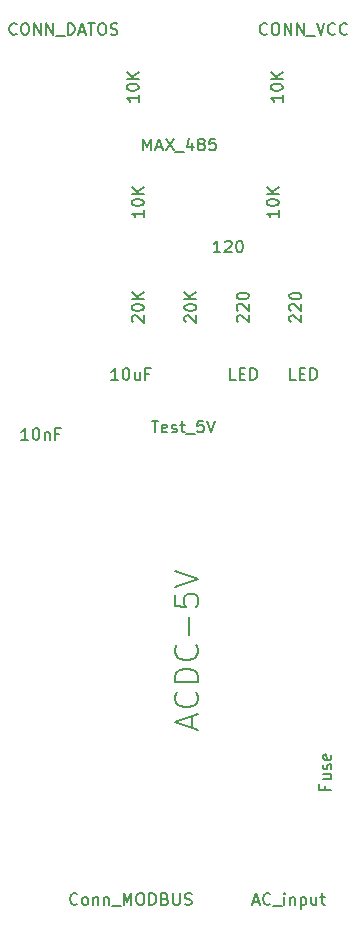
<source format=gbr>
G04 #@! TF.FileFunction,Other,Fab,Top*
%FSLAX46Y46*%
G04 Gerber Fmt 4.6, Leading zero omitted, Abs format (unit mm)*
G04 Created by KiCad (PCBNEW 4.0.7-e2-6376~61~ubuntu18.04.1) date Sun Jul 15 10:10:36 2018*
%MOMM*%
%LPD*%
G01*
G04 APERTURE LIST*
%ADD10C,0.100000*%
%ADD11C,0.150000*%
G04 APERTURE END LIST*
D10*
D11*
X125087143Y-81732381D02*
X124610952Y-81732381D01*
X124610952Y-80732381D01*
X125420476Y-81208571D02*
X125753810Y-81208571D01*
X125896667Y-81732381D02*
X125420476Y-81732381D01*
X125420476Y-80732381D01*
X125896667Y-80732381D01*
X126325238Y-81732381D02*
X126325238Y-80732381D01*
X126563333Y-80732381D01*
X126706191Y-80780000D01*
X126801429Y-80875238D01*
X126849048Y-80970476D01*
X126896667Y-81160952D01*
X126896667Y-81303810D01*
X126849048Y-81494286D01*
X126801429Y-81589524D01*
X126706191Y-81684762D01*
X126563333Y-81732381D01*
X126325238Y-81732381D01*
X130167143Y-81732381D02*
X129690952Y-81732381D01*
X129690952Y-80732381D01*
X130500476Y-81208571D02*
X130833810Y-81208571D01*
X130976667Y-81732381D02*
X130500476Y-81732381D01*
X130500476Y-80732381D01*
X130976667Y-80732381D01*
X131405238Y-81732381D02*
X131405238Y-80732381D01*
X131643333Y-80732381D01*
X131786191Y-80780000D01*
X131881429Y-80875238D01*
X131929048Y-80970476D01*
X131976667Y-81160952D01*
X131976667Y-81303810D01*
X131929048Y-81494286D01*
X131881429Y-81589524D01*
X131786191Y-81684762D01*
X131643333Y-81732381D01*
X131405238Y-81732381D01*
X132643571Y-116077857D02*
X132643571Y-116411191D01*
X133167381Y-116411191D02*
X132167381Y-116411191D01*
X132167381Y-115935000D01*
X132500714Y-115125476D02*
X133167381Y-115125476D01*
X132500714Y-115554048D02*
X133024524Y-115554048D01*
X133119762Y-115506429D01*
X133167381Y-115411191D01*
X133167381Y-115268333D01*
X133119762Y-115173095D01*
X133072143Y-115125476D01*
X133119762Y-114696905D02*
X133167381Y-114601667D01*
X133167381Y-114411191D01*
X133119762Y-114315952D01*
X133024524Y-114268333D01*
X132976905Y-114268333D01*
X132881667Y-114315952D01*
X132834048Y-114411191D01*
X132834048Y-114554048D01*
X132786429Y-114649286D01*
X132691190Y-114696905D01*
X132643571Y-114696905D01*
X132548333Y-114649286D01*
X132500714Y-114554048D01*
X132500714Y-114411191D01*
X132548333Y-114315952D01*
X133119762Y-113458809D02*
X133167381Y-113554047D01*
X133167381Y-113744524D01*
X133119762Y-113839762D01*
X133024524Y-113887381D01*
X132643571Y-113887381D01*
X132548333Y-113839762D01*
X132500714Y-113744524D01*
X132500714Y-113554047D01*
X132548333Y-113458809D01*
X132643571Y-113411190D01*
X132738810Y-113411190D01*
X132834048Y-113887381D01*
X126540000Y-125896667D02*
X127016191Y-125896667D01*
X126444762Y-126182381D02*
X126778095Y-125182381D01*
X127111429Y-126182381D01*
X128016191Y-126087143D02*
X127968572Y-126134762D01*
X127825715Y-126182381D01*
X127730477Y-126182381D01*
X127587619Y-126134762D01*
X127492381Y-126039524D01*
X127444762Y-125944286D01*
X127397143Y-125753810D01*
X127397143Y-125610952D01*
X127444762Y-125420476D01*
X127492381Y-125325238D01*
X127587619Y-125230000D01*
X127730477Y-125182381D01*
X127825715Y-125182381D01*
X127968572Y-125230000D01*
X128016191Y-125277619D01*
X128206667Y-126277619D02*
X128968572Y-126277619D01*
X129206667Y-126182381D02*
X129206667Y-125515714D01*
X129206667Y-125182381D02*
X129159048Y-125230000D01*
X129206667Y-125277619D01*
X129254286Y-125230000D01*
X129206667Y-125182381D01*
X129206667Y-125277619D01*
X129682857Y-125515714D02*
X129682857Y-126182381D01*
X129682857Y-125610952D02*
X129730476Y-125563333D01*
X129825714Y-125515714D01*
X129968572Y-125515714D01*
X130063810Y-125563333D01*
X130111429Y-125658571D01*
X130111429Y-126182381D01*
X130587619Y-125515714D02*
X130587619Y-126515714D01*
X130587619Y-125563333D02*
X130682857Y-125515714D01*
X130873334Y-125515714D01*
X130968572Y-125563333D01*
X131016191Y-125610952D01*
X131063810Y-125706190D01*
X131063810Y-125991905D01*
X131016191Y-126087143D01*
X130968572Y-126134762D01*
X130873334Y-126182381D01*
X130682857Y-126182381D01*
X130587619Y-126134762D01*
X131920953Y-125515714D02*
X131920953Y-126182381D01*
X131492381Y-125515714D02*
X131492381Y-126039524D01*
X131540000Y-126134762D01*
X131635238Y-126182381D01*
X131778096Y-126182381D01*
X131873334Y-126134762D01*
X131920953Y-126087143D01*
X132254286Y-125515714D02*
X132635238Y-125515714D01*
X132397143Y-125182381D02*
X132397143Y-126039524D01*
X132444762Y-126134762D01*
X132540000Y-126182381D01*
X132635238Y-126182381D01*
X111681191Y-126087143D02*
X111633572Y-126134762D01*
X111490715Y-126182381D01*
X111395477Y-126182381D01*
X111252619Y-126134762D01*
X111157381Y-126039524D01*
X111109762Y-125944286D01*
X111062143Y-125753810D01*
X111062143Y-125610952D01*
X111109762Y-125420476D01*
X111157381Y-125325238D01*
X111252619Y-125230000D01*
X111395477Y-125182381D01*
X111490715Y-125182381D01*
X111633572Y-125230000D01*
X111681191Y-125277619D01*
X112252619Y-126182381D02*
X112157381Y-126134762D01*
X112109762Y-126087143D01*
X112062143Y-125991905D01*
X112062143Y-125706190D01*
X112109762Y-125610952D01*
X112157381Y-125563333D01*
X112252619Y-125515714D01*
X112395477Y-125515714D01*
X112490715Y-125563333D01*
X112538334Y-125610952D01*
X112585953Y-125706190D01*
X112585953Y-125991905D01*
X112538334Y-126087143D01*
X112490715Y-126134762D01*
X112395477Y-126182381D01*
X112252619Y-126182381D01*
X113014524Y-125515714D02*
X113014524Y-126182381D01*
X113014524Y-125610952D02*
X113062143Y-125563333D01*
X113157381Y-125515714D01*
X113300239Y-125515714D01*
X113395477Y-125563333D01*
X113443096Y-125658571D01*
X113443096Y-126182381D01*
X113919286Y-125515714D02*
X113919286Y-126182381D01*
X113919286Y-125610952D02*
X113966905Y-125563333D01*
X114062143Y-125515714D01*
X114205001Y-125515714D01*
X114300239Y-125563333D01*
X114347858Y-125658571D01*
X114347858Y-126182381D01*
X114585953Y-126277619D02*
X115347858Y-126277619D01*
X115585953Y-126182381D02*
X115585953Y-125182381D01*
X115919287Y-125896667D01*
X116252620Y-125182381D01*
X116252620Y-126182381D01*
X116919286Y-125182381D02*
X117109763Y-125182381D01*
X117205001Y-125230000D01*
X117300239Y-125325238D01*
X117347858Y-125515714D01*
X117347858Y-125849048D01*
X117300239Y-126039524D01*
X117205001Y-126134762D01*
X117109763Y-126182381D01*
X116919286Y-126182381D01*
X116824048Y-126134762D01*
X116728810Y-126039524D01*
X116681191Y-125849048D01*
X116681191Y-125515714D01*
X116728810Y-125325238D01*
X116824048Y-125230000D01*
X116919286Y-125182381D01*
X117776429Y-126182381D02*
X117776429Y-125182381D01*
X118014524Y-125182381D01*
X118157382Y-125230000D01*
X118252620Y-125325238D01*
X118300239Y-125420476D01*
X118347858Y-125610952D01*
X118347858Y-125753810D01*
X118300239Y-125944286D01*
X118252620Y-126039524D01*
X118157382Y-126134762D01*
X118014524Y-126182381D01*
X117776429Y-126182381D01*
X119109763Y-125658571D02*
X119252620Y-125706190D01*
X119300239Y-125753810D01*
X119347858Y-125849048D01*
X119347858Y-125991905D01*
X119300239Y-126087143D01*
X119252620Y-126134762D01*
X119157382Y-126182381D01*
X118776429Y-126182381D01*
X118776429Y-125182381D01*
X119109763Y-125182381D01*
X119205001Y-125230000D01*
X119252620Y-125277619D01*
X119300239Y-125372857D01*
X119300239Y-125468095D01*
X119252620Y-125563333D01*
X119205001Y-125610952D01*
X119109763Y-125658571D01*
X118776429Y-125658571D01*
X119776429Y-125182381D02*
X119776429Y-125991905D01*
X119824048Y-126087143D01*
X119871667Y-126134762D01*
X119966905Y-126182381D01*
X120157382Y-126182381D01*
X120252620Y-126134762D01*
X120300239Y-126087143D01*
X120347858Y-125991905D01*
X120347858Y-125182381D01*
X120776429Y-126134762D02*
X120919286Y-126182381D01*
X121157382Y-126182381D01*
X121252620Y-126134762D01*
X121300239Y-126087143D01*
X121347858Y-125991905D01*
X121347858Y-125896667D01*
X121300239Y-125801429D01*
X121252620Y-125753810D01*
X121157382Y-125706190D01*
X120966905Y-125658571D01*
X120871667Y-125610952D01*
X120824048Y-125563333D01*
X120776429Y-125468095D01*
X120776429Y-125372857D01*
X120824048Y-125277619D01*
X120871667Y-125230000D01*
X120966905Y-125182381D01*
X121205001Y-125182381D01*
X121347858Y-125230000D01*
X117959523Y-85177381D02*
X118530952Y-85177381D01*
X118245237Y-86177381D02*
X118245237Y-85177381D01*
X119245238Y-86129762D02*
X119150000Y-86177381D01*
X118959523Y-86177381D01*
X118864285Y-86129762D01*
X118816666Y-86034524D01*
X118816666Y-85653571D01*
X118864285Y-85558333D01*
X118959523Y-85510714D01*
X119150000Y-85510714D01*
X119245238Y-85558333D01*
X119292857Y-85653571D01*
X119292857Y-85748810D01*
X118816666Y-85844048D01*
X119673809Y-86129762D02*
X119769047Y-86177381D01*
X119959523Y-86177381D01*
X120054762Y-86129762D01*
X120102381Y-86034524D01*
X120102381Y-85986905D01*
X120054762Y-85891667D01*
X119959523Y-85844048D01*
X119816666Y-85844048D01*
X119721428Y-85796429D01*
X119673809Y-85701190D01*
X119673809Y-85653571D01*
X119721428Y-85558333D01*
X119816666Y-85510714D01*
X119959523Y-85510714D01*
X120054762Y-85558333D01*
X120388095Y-85510714D02*
X120769047Y-85510714D01*
X120530952Y-85177381D02*
X120530952Y-86034524D01*
X120578571Y-86129762D01*
X120673809Y-86177381D01*
X120769047Y-86177381D01*
X120864286Y-86272619D02*
X121626191Y-86272619D01*
X122340477Y-85177381D02*
X121864286Y-85177381D01*
X121816667Y-85653571D01*
X121864286Y-85605952D01*
X121959524Y-85558333D01*
X122197620Y-85558333D01*
X122292858Y-85605952D01*
X122340477Y-85653571D01*
X122388096Y-85748810D01*
X122388096Y-85986905D01*
X122340477Y-86082143D01*
X122292858Y-86129762D01*
X122197620Y-86177381D01*
X121959524Y-86177381D01*
X121864286Y-86129762D01*
X121816667Y-86082143D01*
X122673810Y-85177381D02*
X123007143Y-86177381D01*
X123340477Y-85177381D01*
X117262381Y-62302381D02*
X117262381Y-61302381D01*
X117595715Y-62016667D01*
X117929048Y-61302381D01*
X117929048Y-62302381D01*
X118357619Y-62016667D02*
X118833810Y-62016667D01*
X118262381Y-62302381D02*
X118595714Y-61302381D01*
X118929048Y-62302381D01*
X119167143Y-61302381D02*
X119833810Y-62302381D01*
X119833810Y-61302381D02*
X119167143Y-62302381D01*
X119976667Y-62397619D02*
X120738572Y-62397619D01*
X121405239Y-61635714D02*
X121405239Y-62302381D01*
X121167143Y-61254762D02*
X120929048Y-61969048D01*
X121548096Y-61969048D01*
X122071905Y-61730952D02*
X121976667Y-61683333D01*
X121929048Y-61635714D01*
X121881429Y-61540476D01*
X121881429Y-61492857D01*
X121929048Y-61397619D01*
X121976667Y-61350000D01*
X122071905Y-61302381D01*
X122262382Y-61302381D01*
X122357620Y-61350000D01*
X122405239Y-61397619D01*
X122452858Y-61492857D01*
X122452858Y-61540476D01*
X122405239Y-61635714D01*
X122357620Y-61683333D01*
X122262382Y-61730952D01*
X122071905Y-61730952D01*
X121976667Y-61778571D01*
X121929048Y-61826190D01*
X121881429Y-61921429D01*
X121881429Y-62111905D01*
X121929048Y-62207143D01*
X121976667Y-62254762D01*
X122071905Y-62302381D01*
X122262382Y-62302381D01*
X122357620Y-62254762D01*
X122405239Y-62207143D01*
X122452858Y-62111905D01*
X122452858Y-61921429D01*
X122405239Y-61826190D01*
X122357620Y-61778571D01*
X122262382Y-61730952D01*
X123357620Y-61302381D02*
X122881429Y-61302381D01*
X122833810Y-61778571D01*
X122881429Y-61730952D01*
X122976667Y-61683333D01*
X123214763Y-61683333D01*
X123310001Y-61730952D01*
X123357620Y-61778571D01*
X123405239Y-61873810D01*
X123405239Y-62111905D01*
X123357620Y-62207143D01*
X123310001Y-62254762D01*
X123214763Y-62302381D01*
X122976667Y-62302381D01*
X122881429Y-62254762D01*
X122833810Y-62207143D01*
X107513572Y-86812381D02*
X106942143Y-86812381D01*
X107227857Y-86812381D02*
X107227857Y-85812381D01*
X107132619Y-85955238D01*
X107037381Y-86050476D01*
X106942143Y-86098095D01*
X108132619Y-85812381D02*
X108227858Y-85812381D01*
X108323096Y-85860000D01*
X108370715Y-85907619D01*
X108418334Y-86002857D01*
X108465953Y-86193333D01*
X108465953Y-86431429D01*
X108418334Y-86621905D01*
X108370715Y-86717143D01*
X108323096Y-86764762D01*
X108227858Y-86812381D01*
X108132619Y-86812381D01*
X108037381Y-86764762D01*
X107989762Y-86717143D01*
X107942143Y-86621905D01*
X107894524Y-86431429D01*
X107894524Y-86193333D01*
X107942143Y-86002857D01*
X107989762Y-85907619D01*
X108037381Y-85860000D01*
X108132619Y-85812381D01*
X108894524Y-86145714D02*
X108894524Y-86812381D01*
X108894524Y-86240952D02*
X108942143Y-86193333D01*
X109037381Y-86145714D01*
X109180239Y-86145714D01*
X109275477Y-86193333D01*
X109323096Y-86288571D01*
X109323096Y-86812381D01*
X110132620Y-86288571D02*
X109799286Y-86288571D01*
X109799286Y-86812381D02*
X109799286Y-85812381D01*
X110275477Y-85812381D01*
X115133572Y-81732381D02*
X114562143Y-81732381D01*
X114847857Y-81732381D02*
X114847857Y-80732381D01*
X114752619Y-80875238D01*
X114657381Y-80970476D01*
X114562143Y-81018095D01*
X115752619Y-80732381D02*
X115847858Y-80732381D01*
X115943096Y-80780000D01*
X115990715Y-80827619D01*
X116038334Y-80922857D01*
X116085953Y-81113333D01*
X116085953Y-81351429D01*
X116038334Y-81541905D01*
X115990715Y-81637143D01*
X115943096Y-81684762D01*
X115847858Y-81732381D01*
X115752619Y-81732381D01*
X115657381Y-81684762D01*
X115609762Y-81637143D01*
X115562143Y-81541905D01*
X115514524Y-81351429D01*
X115514524Y-81113333D01*
X115562143Y-80922857D01*
X115609762Y-80827619D01*
X115657381Y-80780000D01*
X115752619Y-80732381D01*
X116943096Y-81065714D02*
X116943096Y-81732381D01*
X116514524Y-81065714D02*
X116514524Y-81589524D01*
X116562143Y-81684762D01*
X116657381Y-81732381D01*
X116800239Y-81732381D01*
X116895477Y-81684762D01*
X116943096Y-81637143D01*
X117752620Y-81208571D02*
X117419286Y-81208571D01*
X117419286Y-81732381D02*
X117419286Y-80732381D01*
X117895477Y-80732381D01*
X128722381Y-67365476D02*
X128722381Y-67936905D01*
X128722381Y-67651191D02*
X127722381Y-67651191D01*
X127865238Y-67746429D01*
X127960476Y-67841667D01*
X128008095Y-67936905D01*
X127722381Y-66746429D02*
X127722381Y-66651190D01*
X127770000Y-66555952D01*
X127817619Y-66508333D01*
X127912857Y-66460714D01*
X128103333Y-66413095D01*
X128341429Y-66413095D01*
X128531905Y-66460714D01*
X128627143Y-66508333D01*
X128674762Y-66555952D01*
X128722381Y-66651190D01*
X128722381Y-66746429D01*
X128674762Y-66841667D01*
X128627143Y-66889286D01*
X128531905Y-66936905D01*
X128341429Y-66984524D01*
X128103333Y-66984524D01*
X127912857Y-66936905D01*
X127817619Y-66889286D01*
X127770000Y-66841667D01*
X127722381Y-66746429D01*
X128722381Y-65984524D02*
X127722381Y-65984524D01*
X128722381Y-65413095D02*
X128150952Y-65841667D01*
X127722381Y-65413095D02*
X128293810Y-65984524D01*
X117292381Y-67365476D02*
X117292381Y-67936905D01*
X117292381Y-67651191D02*
X116292381Y-67651191D01*
X116435238Y-67746429D01*
X116530476Y-67841667D01*
X116578095Y-67936905D01*
X116292381Y-66746429D02*
X116292381Y-66651190D01*
X116340000Y-66555952D01*
X116387619Y-66508333D01*
X116482857Y-66460714D01*
X116673333Y-66413095D01*
X116911429Y-66413095D01*
X117101905Y-66460714D01*
X117197143Y-66508333D01*
X117244762Y-66555952D01*
X117292381Y-66651190D01*
X117292381Y-66746429D01*
X117244762Y-66841667D01*
X117197143Y-66889286D01*
X117101905Y-66936905D01*
X116911429Y-66984524D01*
X116673333Y-66984524D01*
X116482857Y-66936905D01*
X116387619Y-66889286D01*
X116340000Y-66841667D01*
X116292381Y-66746429D01*
X117292381Y-65984524D02*
X116292381Y-65984524D01*
X117292381Y-65413095D02*
X116720952Y-65841667D01*
X116292381Y-65413095D02*
X116863810Y-65984524D01*
X116862381Y-57610476D02*
X116862381Y-58181905D01*
X116862381Y-57896191D02*
X115862381Y-57896191D01*
X116005238Y-57991429D01*
X116100476Y-58086667D01*
X116148095Y-58181905D01*
X115862381Y-56991429D02*
X115862381Y-56896190D01*
X115910000Y-56800952D01*
X115957619Y-56753333D01*
X116052857Y-56705714D01*
X116243333Y-56658095D01*
X116481429Y-56658095D01*
X116671905Y-56705714D01*
X116767143Y-56753333D01*
X116814762Y-56800952D01*
X116862381Y-56896190D01*
X116862381Y-56991429D01*
X116814762Y-57086667D01*
X116767143Y-57134286D01*
X116671905Y-57181905D01*
X116481429Y-57229524D01*
X116243333Y-57229524D01*
X116052857Y-57181905D01*
X115957619Y-57134286D01*
X115910000Y-57086667D01*
X115862381Y-56991429D01*
X116862381Y-56229524D02*
X115862381Y-56229524D01*
X116862381Y-55658095D02*
X116290952Y-56086667D01*
X115862381Y-55658095D02*
X116433810Y-56229524D01*
X129062381Y-57610476D02*
X129062381Y-58181905D01*
X129062381Y-57896191D02*
X128062381Y-57896191D01*
X128205238Y-57991429D01*
X128300476Y-58086667D01*
X128348095Y-58181905D01*
X128062381Y-56991429D02*
X128062381Y-56896190D01*
X128110000Y-56800952D01*
X128157619Y-56753333D01*
X128252857Y-56705714D01*
X128443333Y-56658095D01*
X128681429Y-56658095D01*
X128871905Y-56705714D01*
X128967143Y-56753333D01*
X129014762Y-56800952D01*
X129062381Y-56896190D01*
X129062381Y-56991429D01*
X129014762Y-57086667D01*
X128967143Y-57134286D01*
X128871905Y-57181905D01*
X128681429Y-57229524D01*
X128443333Y-57229524D01*
X128252857Y-57181905D01*
X128157619Y-57134286D01*
X128110000Y-57086667D01*
X128062381Y-56991429D01*
X129062381Y-56229524D02*
X128062381Y-56229524D01*
X129062381Y-55658095D02*
X128490952Y-56086667D01*
X128062381Y-55658095D02*
X128633810Y-56229524D01*
X116387619Y-76826905D02*
X116340000Y-76779286D01*
X116292381Y-76684048D01*
X116292381Y-76445952D01*
X116340000Y-76350714D01*
X116387619Y-76303095D01*
X116482857Y-76255476D01*
X116578095Y-76255476D01*
X116720952Y-76303095D01*
X117292381Y-76874524D01*
X117292381Y-76255476D01*
X116292381Y-75636429D02*
X116292381Y-75541190D01*
X116340000Y-75445952D01*
X116387619Y-75398333D01*
X116482857Y-75350714D01*
X116673333Y-75303095D01*
X116911429Y-75303095D01*
X117101905Y-75350714D01*
X117197143Y-75398333D01*
X117244762Y-75445952D01*
X117292381Y-75541190D01*
X117292381Y-75636429D01*
X117244762Y-75731667D01*
X117197143Y-75779286D01*
X117101905Y-75826905D01*
X116911429Y-75874524D01*
X116673333Y-75874524D01*
X116482857Y-75826905D01*
X116387619Y-75779286D01*
X116340000Y-75731667D01*
X116292381Y-75636429D01*
X117292381Y-74874524D02*
X116292381Y-74874524D01*
X117292381Y-74303095D02*
X116720952Y-74731667D01*
X116292381Y-74303095D02*
X116863810Y-74874524D01*
X125277619Y-76803095D02*
X125230000Y-76755476D01*
X125182381Y-76660238D01*
X125182381Y-76422142D01*
X125230000Y-76326904D01*
X125277619Y-76279285D01*
X125372857Y-76231666D01*
X125468095Y-76231666D01*
X125610952Y-76279285D01*
X126182381Y-76850714D01*
X126182381Y-76231666D01*
X125277619Y-75850714D02*
X125230000Y-75803095D01*
X125182381Y-75707857D01*
X125182381Y-75469761D01*
X125230000Y-75374523D01*
X125277619Y-75326904D01*
X125372857Y-75279285D01*
X125468095Y-75279285D01*
X125610952Y-75326904D01*
X126182381Y-75898333D01*
X126182381Y-75279285D01*
X125182381Y-74660238D02*
X125182381Y-74564999D01*
X125230000Y-74469761D01*
X125277619Y-74422142D01*
X125372857Y-74374523D01*
X125563333Y-74326904D01*
X125801429Y-74326904D01*
X125991905Y-74374523D01*
X126087143Y-74422142D01*
X126134762Y-74469761D01*
X126182381Y-74564999D01*
X126182381Y-74660238D01*
X126134762Y-74755476D01*
X126087143Y-74803095D01*
X125991905Y-74850714D01*
X125801429Y-74898333D01*
X125563333Y-74898333D01*
X125372857Y-74850714D01*
X125277619Y-74803095D01*
X125230000Y-74755476D01*
X125182381Y-74660238D01*
X129722619Y-76803095D02*
X129675000Y-76755476D01*
X129627381Y-76660238D01*
X129627381Y-76422142D01*
X129675000Y-76326904D01*
X129722619Y-76279285D01*
X129817857Y-76231666D01*
X129913095Y-76231666D01*
X130055952Y-76279285D01*
X130627381Y-76850714D01*
X130627381Y-76231666D01*
X129722619Y-75850714D02*
X129675000Y-75803095D01*
X129627381Y-75707857D01*
X129627381Y-75469761D01*
X129675000Y-75374523D01*
X129722619Y-75326904D01*
X129817857Y-75279285D01*
X129913095Y-75279285D01*
X130055952Y-75326904D01*
X130627381Y-75898333D01*
X130627381Y-75279285D01*
X129627381Y-74660238D02*
X129627381Y-74564999D01*
X129675000Y-74469761D01*
X129722619Y-74422142D01*
X129817857Y-74374523D01*
X130008333Y-74326904D01*
X130246429Y-74326904D01*
X130436905Y-74374523D01*
X130532143Y-74422142D01*
X130579762Y-74469761D01*
X130627381Y-74564999D01*
X130627381Y-74660238D01*
X130579762Y-74755476D01*
X130532143Y-74803095D01*
X130436905Y-74850714D01*
X130246429Y-74898333D01*
X130008333Y-74898333D01*
X129817857Y-74850714D01*
X129722619Y-74803095D01*
X129675000Y-74755476D01*
X129627381Y-74660238D01*
X120832619Y-76826905D02*
X120785000Y-76779286D01*
X120737381Y-76684048D01*
X120737381Y-76445952D01*
X120785000Y-76350714D01*
X120832619Y-76303095D01*
X120927857Y-76255476D01*
X121023095Y-76255476D01*
X121165952Y-76303095D01*
X121737381Y-76874524D01*
X121737381Y-76255476D01*
X120737381Y-75636429D02*
X120737381Y-75541190D01*
X120785000Y-75445952D01*
X120832619Y-75398333D01*
X120927857Y-75350714D01*
X121118333Y-75303095D01*
X121356429Y-75303095D01*
X121546905Y-75350714D01*
X121642143Y-75398333D01*
X121689762Y-75445952D01*
X121737381Y-75541190D01*
X121737381Y-75636429D01*
X121689762Y-75731667D01*
X121642143Y-75779286D01*
X121546905Y-75826905D01*
X121356429Y-75874524D01*
X121118333Y-75874524D01*
X120927857Y-75826905D01*
X120832619Y-75779286D01*
X120785000Y-75731667D01*
X120737381Y-75636429D01*
X121737381Y-74874524D02*
X120737381Y-74874524D01*
X121737381Y-74303095D02*
X121165952Y-74731667D01*
X120737381Y-74303095D02*
X121308810Y-74874524D01*
X123793334Y-70937381D02*
X123221905Y-70937381D01*
X123507619Y-70937381D02*
X123507619Y-69937381D01*
X123412381Y-70080238D01*
X123317143Y-70175476D01*
X123221905Y-70223095D01*
X124174286Y-70032619D02*
X124221905Y-69985000D01*
X124317143Y-69937381D01*
X124555239Y-69937381D01*
X124650477Y-69985000D01*
X124698096Y-70032619D01*
X124745715Y-70127857D01*
X124745715Y-70223095D01*
X124698096Y-70365952D01*
X124126667Y-70937381D01*
X124745715Y-70937381D01*
X125364762Y-69937381D02*
X125460001Y-69937381D01*
X125555239Y-69985000D01*
X125602858Y-70032619D01*
X125650477Y-70127857D01*
X125698096Y-70318333D01*
X125698096Y-70556429D01*
X125650477Y-70746905D01*
X125602858Y-70842143D01*
X125555239Y-70889762D01*
X125460001Y-70937381D01*
X125364762Y-70937381D01*
X125269524Y-70889762D01*
X125221905Y-70842143D01*
X125174286Y-70746905D01*
X125126667Y-70556429D01*
X125126667Y-70318333D01*
X125174286Y-70127857D01*
X125221905Y-70032619D01*
X125269524Y-69985000D01*
X125364762Y-69937381D01*
X127738572Y-52427143D02*
X127690953Y-52474762D01*
X127548096Y-52522381D01*
X127452858Y-52522381D01*
X127310000Y-52474762D01*
X127214762Y-52379524D01*
X127167143Y-52284286D01*
X127119524Y-52093810D01*
X127119524Y-51950952D01*
X127167143Y-51760476D01*
X127214762Y-51665238D01*
X127310000Y-51570000D01*
X127452858Y-51522381D01*
X127548096Y-51522381D01*
X127690953Y-51570000D01*
X127738572Y-51617619D01*
X128357619Y-51522381D02*
X128548096Y-51522381D01*
X128643334Y-51570000D01*
X128738572Y-51665238D01*
X128786191Y-51855714D01*
X128786191Y-52189048D01*
X128738572Y-52379524D01*
X128643334Y-52474762D01*
X128548096Y-52522381D01*
X128357619Y-52522381D01*
X128262381Y-52474762D01*
X128167143Y-52379524D01*
X128119524Y-52189048D01*
X128119524Y-51855714D01*
X128167143Y-51665238D01*
X128262381Y-51570000D01*
X128357619Y-51522381D01*
X129214762Y-52522381D02*
X129214762Y-51522381D01*
X129786191Y-52522381D01*
X129786191Y-51522381D01*
X130262381Y-52522381D02*
X130262381Y-51522381D01*
X130833810Y-52522381D01*
X130833810Y-51522381D01*
X131071905Y-52617619D02*
X131833810Y-52617619D01*
X131929048Y-51522381D02*
X132262381Y-52522381D01*
X132595715Y-51522381D01*
X133500477Y-52427143D02*
X133452858Y-52474762D01*
X133310001Y-52522381D01*
X133214763Y-52522381D01*
X133071905Y-52474762D01*
X132976667Y-52379524D01*
X132929048Y-52284286D01*
X132881429Y-52093810D01*
X132881429Y-51950952D01*
X132929048Y-51760476D01*
X132976667Y-51665238D01*
X133071905Y-51570000D01*
X133214763Y-51522381D01*
X133310001Y-51522381D01*
X133452858Y-51570000D01*
X133500477Y-51617619D01*
X134500477Y-52427143D02*
X134452858Y-52474762D01*
X134310001Y-52522381D01*
X134214763Y-52522381D01*
X134071905Y-52474762D01*
X133976667Y-52379524D01*
X133929048Y-52284286D01*
X133881429Y-52093810D01*
X133881429Y-51950952D01*
X133929048Y-51760476D01*
X133976667Y-51665238D01*
X134071905Y-51570000D01*
X134214763Y-51522381D01*
X134310001Y-51522381D01*
X134452858Y-51570000D01*
X134500477Y-51617619D01*
X106537619Y-52427143D02*
X106490000Y-52474762D01*
X106347143Y-52522381D01*
X106251905Y-52522381D01*
X106109047Y-52474762D01*
X106013809Y-52379524D01*
X105966190Y-52284286D01*
X105918571Y-52093810D01*
X105918571Y-51950952D01*
X105966190Y-51760476D01*
X106013809Y-51665238D01*
X106109047Y-51570000D01*
X106251905Y-51522381D01*
X106347143Y-51522381D01*
X106490000Y-51570000D01*
X106537619Y-51617619D01*
X107156666Y-51522381D02*
X107347143Y-51522381D01*
X107442381Y-51570000D01*
X107537619Y-51665238D01*
X107585238Y-51855714D01*
X107585238Y-52189048D01*
X107537619Y-52379524D01*
X107442381Y-52474762D01*
X107347143Y-52522381D01*
X107156666Y-52522381D01*
X107061428Y-52474762D01*
X106966190Y-52379524D01*
X106918571Y-52189048D01*
X106918571Y-51855714D01*
X106966190Y-51665238D01*
X107061428Y-51570000D01*
X107156666Y-51522381D01*
X108013809Y-52522381D02*
X108013809Y-51522381D01*
X108585238Y-52522381D01*
X108585238Y-51522381D01*
X109061428Y-52522381D02*
X109061428Y-51522381D01*
X109632857Y-52522381D01*
X109632857Y-51522381D01*
X109870952Y-52617619D02*
X110632857Y-52617619D01*
X110870952Y-52522381D02*
X110870952Y-51522381D01*
X111109047Y-51522381D01*
X111251905Y-51570000D01*
X111347143Y-51665238D01*
X111394762Y-51760476D01*
X111442381Y-51950952D01*
X111442381Y-52093810D01*
X111394762Y-52284286D01*
X111347143Y-52379524D01*
X111251905Y-52474762D01*
X111109047Y-52522381D01*
X110870952Y-52522381D01*
X111823333Y-52236667D02*
X112299524Y-52236667D01*
X111728095Y-52522381D02*
X112061428Y-51522381D01*
X112394762Y-52522381D01*
X112585238Y-51522381D02*
X113156667Y-51522381D01*
X112870952Y-52522381D02*
X112870952Y-51522381D01*
X113680476Y-51522381D02*
X113870953Y-51522381D01*
X113966191Y-51570000D01*
X114061429Y-51665238D01*
X114109048Y-51855714D01*
X114109048Y-52189048D01*
X114061429Y-52379524D01*
X113966191Y-52474762D01*
X113870953Y-52522381D01*
X113680476Y-52522381D01*
X113585238Y-52474762D01*
X113490000Y-52379524D01*
X113442381Y-52189048D01*
X113442381Y-51855714D01*
X113490000Y-51665238D01*
X113585238Y-51570000D01*
X113680476Y-51522381D01*
X114490000Y-52474762D02*
X114632857Y-52522381D01*
X114870953Y-52522381D01*
X114966191Y-52474762D01*
X115013810Y-52427143D01*
X115061429Y-52331905D01*
X115061429Y-52236667D01*
X115013810Y-52141429D01*
X114966191Y-52093810D01*
X114870953Y-52046190D01*
X114680476Y-51998571D01*
X114585238Y-51950952D01*
X114537619Y-51903333D01*
X114490000Y-51808095D01*
X114490000Y-51712857D01*
X114537619Y-51617619D01*
X114585238Y-51570000D01*
X114680476Y-51522381D01*
X114918572Y-51522381D01*
X115061429Y-51570000D01*
X121343333Y-111143810D02*
X121343333Y-110191429D01*
X121914762Y-111334286D02*
X119914762Y-110667619D01*
X121914762Y-110000952D01*
X121724286Y-108191428D02*
X121819524Y-108286666D01*
X121914762Y-108572381D01*
X121914762Y-108762857D01*
X121819524Y-109048571D01*
X121629048Y-109239047D01*
X121438571Y-109334286D01*
X121057619Y-109429524D01*
X120771905Y-109429524D01*
X120390952Y-109334286D01*
X120200476Y-109239047D01*
X120010000Y-109048571D01*
X119914762Y-108762857D01*
X119914762Y-108572381D01*
X120010000Y-108286666D01*
X120105238Y-108191428D01*
X121914762Y-107334286D02*
X119914762Y-107334286D01*
X119914762Y-106858095D01*
X120010000Y-106572381D01*
X120200476Y-106381905D01*
X120390952Y-106286666D01*
X120771905Y-106191428D01*
X121057619Y-106191428D01*
X121438571Y-106286666D01*
X121629048Y-106381905D01*
X121819524Y-106572381D01*
X121914762Y-106858095D01*
X121914762Y-107334286D01*
X121724286Y-104191428D02*
X121819524Y-104286666D01*
X121914762Y-104572381D01*
X121914762Y-104762857D01*
X121819524Y-105048571D01*
X121629048Y-105239047D01*
X121438571Y-105334286D01*
X121057619Y-105429524D01*
X120771905Y-105429524D01*
X120390952Y-105334286D01*
X120200476Y-105239047D01*
X120010000Y-105048571D01*
X119914762Y-104762857D01*
X119914762Y-104572381D01*
X120010000Y-104286666D01*
X120105238Y-104191428D01*
X121152857Y-103334286D02*
X121152857Y-101810476D01*
X119914762Y-99905715D02*
X119914762Y-100858096D01*
X120867143Y-100953334D01*
X120771905Y-100858096D01*
X120676667Y-100667619D01*
X120676667Y-100191429D01*
X120771905Y-100000953D01*
X120867143Y-99905715D01*
X121057619Y-99810476D01*
X121533810Y-99810476D01*
X121724286Y-99905715D01*
X121819524Y-100000953D01*
X121914762Y-100191429D01*
X121914762Y-100667619D01*
X121819524Y-100858096D01*
X121724286Y-100953334D01*
X119914762Y-99239048D02*
X121914762Y-98572381D01*
X119914762Y-97905714D01*
M02*

</source>
